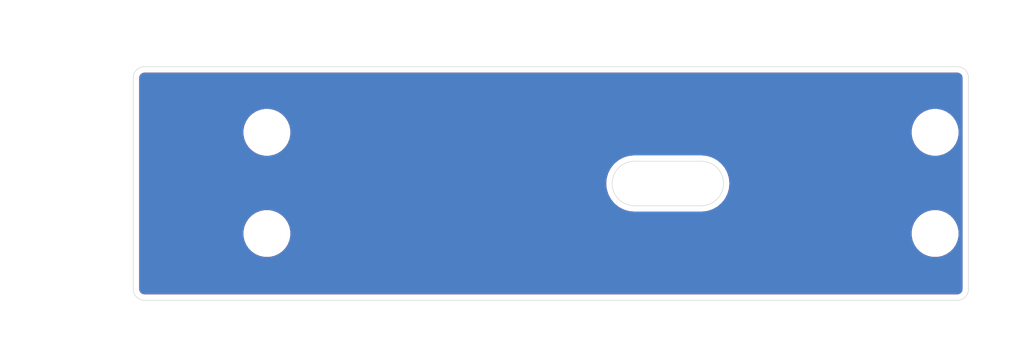
<source format=kicad_pcb>
(kicad_pcb (version 20171130) (host pcbnew "(5.1.2)-1")

  (general
    (thickness 1.6)
    (drawings 19)
    (tracks 0)
    (zones 0)
    (modules 4)
    (nets 1)
  )

  (page A4)
  (title_block
    (title "Environment Monitor")
    (date 2020-11-22)
    (rev v1.2)
    (company Crescent)
  )

  (layers
    (0 F.Cu signal)
    (31 B.Cu signal)
    (32 B.Adhes user)
    (33 F.Adhes user)
    (34 B.Paste user)
    (35 F.Paste user)
    (36 B.SilkS user)
    (37 F.SilkS user)
    (38 B.Mask user)
    (39 F.Mask user)
    (40 Dwgs.User user)
    (41 Cmts.User user)
    (42 Eco1.User user)
    (43 Eco2.User user)
    (44 Edge.Cuts user)
    (45 Margin user)
    (46 B.CrtYd user)
    (47 F.CrtYd user)
    (48 B.Fab user)
    (49 F.Fab user hide)
  )

  (setup
    (last_trace_width 0.25)
    (trace_clearance 0.18)
    (zone_clearance 0.508)
    (zone_45_only no)
    (trace_min 0.2)
    (via_size 0.8)
    (via_drill 0.4)
    (via_min_size 0.4)
    (via_min_drill 0.3)
    (uvia_size 0.3)
    (uvia_drill 0.1)
    (uvias_allowed no)
    (uvia_min_size 0.2)
    (uvia_min_drill 0.1)
    (edge_width 0.05)
    (segment_width 0.2)
    (pcb_text_width 0.3)
    (pcb_text_size 1.5 1.5)
    (mod_edge_width 0.12)
    (mod_text_size 1 1)
    (mod_text_width 0.15)
    (pad_size 1.524 1.524)
    (pad_drill 0.762)
    (pad_to_mask_clearance 0.051)
    (solder_mask_min_width 0.25)
    (aux_axis_origin 0 0)
    (visible_elements 7FFFFFFF)
    (pcbplotparams
      (layerselection 0x010fc_ffffffff)
      (usegerberextensions true)
      (usegerberattributes false)
      (usegerberadvancedattributes false)
      (creategerberjobfile false)
      (excludeedgelayer true)
      (linewidth 0.100000)
      (plotframeref false)
      (viasonmask false)
      (mode 1)
      (useauxorigin false)
      (hpglpennumber 1)
      (hpglpenspeed 20)
      (hpglpendiameter 15.000000)
      (psnegative false)
      (psa4output false)
      (plotreference true)
      (plotvalue true)
      (plotinvisibletext false)
      (padsonsilk false)
      (subtractmaskfromsilk true)
      (outputformat 1)
      (mirror false)
      (drillshape 0)
      (scaleselection 1)
      (outputdirectory "back/"))
  )

  (net 0 "")

  (net_class Default "これはデフォルトのネット クラスです。"
    (clearance 0.18)
    (trace_width 0.25)
    (via_dia 0.8)
    (via_drill 0.4)
    (uvia_dia 0.3)
    (uvia_drill 0.1)
  )

  (net_class POW ""
    (clearance 0.18)
    (trace_width 0.25)
    (via_dia 0.8)
    (via_drill 0.4)
    (uvia_dia 0.3)
    (uvia_drill 0.1)
  )

  (module MountingHole:MountingHole_3.2mm_M3 locked (layer F.Cu) (tedit 56D1B4CB) (tstamp 5F968A39)
    (at 207 91)
    (descr "Mounting Hole 3.2mm, no annular, M3")
    (tags "mounting hole 3.2mm no annular m3")
    (attr virtual)
    (fp_text reference REF4 (at 0.23 4.48) (layer F.SilkS) hide
      (effects (font (size 1 1) (thickness 0.15)))
    )
    (fp_text value MountingHole_3.2mm_M3 (at 0 4.2) (layer F.Fab)
      (effects (font (size 1 1) (thickness 0.15)))
    )
    (fp_circle (center 0 0) (end 3.45 0) (layer F.CrtYd) (width 0.05))
    (fp_circle (center 0 0) (end 3.2 0) (layer Cmts.User) (width 0.15))
    (fp_text user %R (at 0.3 0) (layer F.Fab)
      (effects (font (size 1 1) (thickness 0.15)))
    )
    (pad 1 np_thru_hole circle (at 0 0) (size 3.2 3.2) (drill 3.2) (layers *.Cu *.Mask))
  )

  (module MountingHole:MountingHole_3.2mm_M3 locked (layer F.Cu) (tedit 56D1B4CB) (tstamp 5F968A23)
    (at 207 81.9)
    (descr "Mounting Hole 3.2mm, no annular, M3")
    (tags "mounting hole 3.2mm no annular m3")
    (attr virtual)
    (fp_text reference REF3 (at 0 -4.2) (layer F.SilkS) hide
      (effects (font (size 1 1) (thickness 0.15)))
    )
    (fp_text value MountingHole_3.2mm_M3 (at 0 4.2) (layer F.Fab)
      (effects (font (size 1 1) (thickness 0.15)))
    )
    (fp_text user %R (at 0.3 0) (layer F.Fab)
      (effects (font (size 1 1) (thickness 0.15)))
    )
    (fp_circle (center 0 0) (end 3.2 0) (layer Cmts.User) (width 0.15))
    (fp_circle (center 0 0) (end 3.45 0) (layer F.CrtYd) (width 0.05))
    (pad 1 np_thru_hole circle (at 0 0) (size 3.2 3.2) (drill 3.2) (layers *.Cu *.Mask))
  )

  (module MountingHole:MountingHole_3.2mm_M3 locked (layer F.Cu) (tedit 56D1B4CB) (tstamp 5F73A165)
    (at 147 91)
    (descr "Mounting Hole 3.2mm, no annular, M3")
    (tags "mounting hole 3.2mm no annular m3")
    (attr virtual)
    (fp_text reference REF2 (at 0 -4.2) (layer F.SilkS) hide
      (effects (font (size 1 1) (thickness 0.15)))
    )
    (fp_text value MountingHole_3.2mm_M3 (at 0 4.2) (layer F.Fab)
      (effects (font (size 1 1) (thickness 0.15)))
    )
    (fp_text user %R (at 0.3 0) (layer F.Fab)
      (effects (font (size 1 1) (thickness 0.15)))
    )
    (fp_circle (center 0 0) (end 3.2 0) (layer Cmts.User) (width 0.15))
    (fp_circle (center 0 0) (end 3.45 0) (layer F.CrtYd) (width 0.05))
    (pad 1 np_thru_hole circle (at 0 0) (size 3.2 3.2) (drill 3.2) (layers *.Cu *.Mask))
  )

  (module MountingHole:MountingHole_3.2mm_M3 locked (layer F.Cu) (tedit 56D1B4CB) (tstamp 5F73A126)
    (at 147 81.9)
    (descr "Mounting Hole 3.2mm, no annular, M3")
    (tags "mounting hole 3.2mm no annular m3")
    (attr virtual)
    (fp_text reference REF1 (at 0 -4.2) (layer F.SilkS) hide
      (effects (font (size 1 1) (thickness 0.15)))
    )
    (fp_text value MountingHole_3.2mm_M3 (at 0 4.2) (layer F.Fab)
      (effects (font (size 1 1) (thickness 0.15)))
    )
    (fp_circle (center 0 0) (end 3.45 0) (layer F.CrtYd) (width 0.05))
    (fp_circle (center 0 0) (end 3.2 0) (layer Cmts.User) (width 0.15))
    (fp_text user %R (at 0.3 0) (layer F.Fab)
      (effects (font (size 1 1) (thickness 0.15)))
    )
    (pad 1 np_thru_hole circle (at 0 0) (size 3.2 3.2) (drill 3.2) (layers *.Cu *.Mask))
  )

  (gr_line (start 180 88.5) (end 186 88.5) (layer Edge.Cuts) (width 0.05) (tstamp 5FBA3E69))
  (gr_line (start 180 84.5) (end 186 84.5) (layer Edge.Cuts) (width 0.05) (tstamp 5FBA3E6F))
  (gr_arc (start 186 86.5) (end 186 88.5) (angle -180) (layer Edge.Cuts) (width 0.05) (tstamp 5FBA3E6C))
  (gr_arc (start 180 86.5) (end 180 84.5) (angle -180) (layer Edge.Cuts) (width 0.05) (tstamp 5FBA3E72))
  (gr_line (start 209 76) (end 136 76) (layer Edge.Cuts) (width 0.05))
  (gr_line (start 209 97) (end 136 97) (layer Edge.Cuts) (width 0.05))
  (dimension 60 (width 0.15) (layer Eco2.User)
    (gr_text "60.000 mm" (at 177 103.299999) (layer Eco2.User)
      (effects (font (size 1 1) (thickness 0.15)))
    )
    (feature1 (pts (xy 207 91) (xy 207 102.58642)))
    (feature2 (pts (xy 147 91) (xy 147 102.58642)))
    (crossbar (pts (xy 147 101.999999) (xy 207 101.999999)))
    (arrow1a (pts (xy 207 101.999999) (xy 205.873496 102.58642)))
    (arrow1b (pts (xy 207 101.999999) (xy 205.873496 101.413578)))
    (arrow2a (pts (xy 147 101.999999) (xy 148.126504 102.58642)))
    (arrow2b (pts (xy 147 101.999999) (xy 148.126504 101.413578)))
  )
  (dimension 72 (width 0.15) (layer Eco2.User)
    (gr_text "72.000 mm" (at 171 75.7) (layer Eco2.User)
      (effects (font (size 1 1) (thickness 0.15)))
    )
    (feature1 (pts (xy 207 79) (xy 207 76.413579)))
    (feature2 (pts (xy 135 79) (xy 135 76.413579)))
    (crossbar (pts (xy 135 77) (xy 207 77)))
    (arrow1a (pts (xy 207 77) (xy 205.873496 77.586421)))
    (arrow1b (pts (xy 207 77) (xy 205.873496 76.413579)))
    (arrow2a (pts (xy 135 77) (xy 136.126504 77.586421)))
    (arrow2b (pts (xy 135 77) (xy 136.126504 76.413579)))
  )
  (dimension 75 (width 0.15) (layer Eco2.User)
    (gr_text "75.000 mm" (at 172.5 70.7) (layer Eco2.User)
      (effects (font (size 1 1) (thickness 0.15)))
    )
    (feature1 (pts (xy 210 79) (xy 210 71.413579)))
    (feature2 (pts (xy 135 79) (xy 135 71.413579)))
    (crossbar (pts (xy 135 72) (xy 210 72)))
    (arrow1a (pts (xy 210 72) (xy 208.873496 72.586421)))
    (arrow1b (pts (xy 210 72) (xy 208.873496 71.413579)))
    (arrow2a (pts (xy 135 72) (xy 136.126504 72.586421)))
    (arrow2b (pts (xy 135 72) (xy 136.126504 71.413579)))
  )
  (dimension 12 (width 0.15) (layer Eco2.User)
    (gr_text "12.000 mm" (at 126.7 85 270) (layer Eco2.User)
      (effects (font (size 1 1) (thickness 0.15)))
    )
    (feature1 (pts (xy 147 91) (xy 127.413579 91)))
    (feature2 (pts (xy 147 79) (xy 127.413579 79)))
    (crossbar (pts (xy 128 79) (xy 128 91)))
    (arrow1a (pts (xy 128 91) (xy 127.413579 89.873496)))
    (arrow1b (pts (xy 128 91) (xy 128.586421 89.873496)))
    (arrow2a (pts (xy 128 79) (xy 127.413579 80.126504)))
    (arrow2b (pts (xy 128 79) (xy 128.586421 80.126504)))
  )
  (dimension 2.9 (width 0.15) (layer Eco2.User)
    (gr_text "2.900 mm" (at 132.7 80.45 270) (layer Eco2.User)
      (effects (font (size 1 1) (thickness 0.15)))
    )
    (feature1 (pts (xy 147 81.9) (xy 133.413579 81.9)))
    (feature2 (pts (xy 147 79) (xy 133.413579 79)))
    (crossbar (pts (xy 134 79) (xy 134 81.9)))
    (arrow1a (pts (xy 134 81.9) (xy 133.413579 80.773496)))
    (arrow1b (pts (xy 134 81.9) (xy 134.586421 80.773496)))
    (arrow2a (pts (xy 134 79) (xy 133.413579 80.126504)))
    (arrow2b (pts (xy 134 79) (xy 134.586421 80.126504)))
  )
  (dimension 12 (width 0.15) (layer Eco2.User)
    (gr_text "12.000 mm" (at 141 74.7) (layer Eco2.User)
      (effects (font (size 1 1) (thickness 0.15)))
    )
    (feature1 (pts (xy 147 80) (xy 147 75.413579)))
    (feature2 (pts (xy 135 80) (xy 135 75.413579)))
    (crossbar (pts (xy 135 76) (xy 147 76)))
    (arrow1a (pts (xy 147 76) (xy 145.873496 76.586421)))
    (arrow1b (pts (xy 147 76) (xy 145.873496 75.413579)))
    (arrow2a (pts (xy 135 76) (xy 136.126504 76.586421)))
    (arrow2b (pts (xy 135 76) (xy 136.126504 75.413579)))
  )
  (dimension 15 (width 0.15) (layer Eco2.User)
    (gr_text "15.000 mm" (at 130.7 86.5 270) (layer Eco2.User)
      (effects (font (size 1 1) (thickness 0.15)))
    )
    (feature1 (pts (xy 136 94) (xy 131.413579 94)))
    (feature2 (pts (xy 136 79) (xy 131.413579 79)))
    (crossbar (pts (xy 132 79) (xy 132 94)))
    (arrow1a (pts (xy 132 94) (xy 131.413579 92.873496)))
    (arrow1b (pts (xy 132 94) (xy 132.586421 92.873496)))
    (arrow2a (pts (xy 132 79) (xy 131.413579 80.126504)))
    (arrow2b (pts (xy 132 79) (xy 132.586421 80.126504)))
  )
  (gr_arc (start 209 77) (end 210 77) (angle -90) (layer Edge.Cuts) (width 0.05))
  (gr_arc (start 209 96) (end 209 97) (angle -90) (layer Edge.Cuts) (width 0.05))
  (gr_arc (start 136 96) (end 135 96) (angle -90) (layer Edge.Cuts) (width 0.05))
  (gr_arc (start 136 77) (end 136 76) (angle -90) (layer Edge.Cuts) (width 0.05))
  (gr_line (start 210 77) (end 210 96) (layer Edge.Cuts) (width 0.05) (tstamp 5F95EDF1))
  (gr_line (start 135 77) (end 135 96) (layer Edge.Cuts) (width 0.05) (tstamp 5F95EDF0))

  (zone (net 0) (net_name "") (layer F.Cu) (tstamp 0) (hatch edge 0.508)
    (connect_pads (clearance 0.508))
    (min_thickness 0.254)
    (fill yes (arc_segments 32) (thermal_gap 0.508) (thermal_bridge_width 0.508))
    (polygon
      (pts
        (xy 130 75) (xy 215 75) (xy 215 100) (xy 130 100)
      )
    )
    (filled_polygon
      (pts
        (xy 209.065424 76.66958) (xy 209.128356 76.68858) (xy 209.186405 76.719445) (xy 209.237343 76.760989) (xy 209.279248 76.811644)
        (xy 209.310515 76.869471) (xy 209.329956 76.932272) (xy 209.34 77.027835) (xy 209.340001 95.967711) (xy 209.33042 96.065424)
        (xy 209.31142 96.128357) (xy 209.280554 96.186406) (xy 209.239011 96.237343) (xy 209.188356 96.279248) (xy 209.130529 96.310515)
        (xy 209.067728 96.329956) (xy 208.972165 96.34) (xy 136.032279 96.34) (xy 135.934576 96.33042) (xy 135.871643 96.31142)
        (xy 135.813594 96.280554) (xy 135.762657 96.239011) (xy 135.720752 96.188356) (xy 135.689485 96.130529) (xy 135.670044 96.067728)
        (xy 135.66 95.972165) (xy 135.66 90.779872) (xy 144.765 90.779872) (xy 144.765 91.220128) (xy 144.85089 91.651925)
        (xy 145.019369 92.058669) (xy 145.263962 92.424729) (xy 145.575271 92.736038) (xy 145.941331 92.980631) (xy 146.348075 93.14911)
        (xy 146.779872 93.235) (xy 147.220128 93.235) (xy 147.651925 93.14911) (xy 148.058669 92.980631) (xy 148.424729 92.736038)
        (xy 148.736038 92.424729) (xy 148.980631 92.058669) (xy 149.14911 91.651925) (xy 149.235 91.220128) (xy 149.235 90.779872)
        (xy 204.765 90.779872) (xy 204.765 91.220128) (xy 204.85089 91.651925) (xy 205.019369 92.058669) (xy 205.263962 92.424729)
        (xy 205.575271 92.736038) (xy 205.941331 92.980631) (xy 206.348075 93.14911) (xy 206.779872 93.235) (xy 207.220128 93.235)
        (xy 207.651925 93.14911) (xy 208.058669 92.980631) (xy 208.424729 92.736038) (xy 208.736038 92.424729) (xy 208.980631 92.058669)
        (xy 209.14911 91.651925) (xy 209.235 91.220128) (xy 209.235 90.779872) (xy 209.14911 90.348075) (xy 208.980631 89.941331)
        (xy 208.736038 89.575271) (xy 208.424729 89.263962) (xy 208.058669 89.019369) (xy 207.651925 88.85089) (xy 207.220128 88.765)
        (xy 206.779872 88.765) (xy 206.348075 88.85089) (xy 205.941331 89.019369) (xy 205.575271 89.263962) (xy 205.263962 89.575271)
        (xy 205.019369 89.941331) (xy 204.85089 90.348075) (xy 204.765 90.779872) (xy 149.235 90.779872) (xy 149.14911 90.348075)
        (xy 148.980631 89.941331) (xy 148.736038 89.575271) (xy 148.424729 89.263962) (xy 148.058669 89.019369) (xy 147.651925 88.85089)
        (xy 147.220128 88.765) (xy 146.779872 88.765) (xy 146.348075 88.85089) (xy 145.941331 89.019369) (xy 145.575271 89.263962)
        (xy 145.263962 89.575271) (xy 145.019369 89.941331) (xy 144.85089 90.348075) (xy 144.765 90.779872) (xy 135.66 90.779872)
        (xy 135.66 86.454147) (xy 177.342765 86.454147) (xy 177.343183 86.513964) (xy 177.342765 86.573781) (xy 177.343665 86.582952)
        (xy 177.384466 86.971145) (xy 177.396487 87.029708) (xy 177.407702 87.088501) (xy 177.410366 87.097323) (xy 177.52579 87.470198)
        (xy 177.548975 87.525353) (xy 177.571379 87.580806) (xy 177.575706 87.588943) (xy 177.761357 87.932298) (xy 177.79478 87.981849)
        (xy 177.827562 88.031946) (xy 177.833387 88.039087) (xy 178.082194 88.339841) (xy 178.124629 88.381981) (xy 178.166492 88.42473)
        (xy 178.173592 88.430604) (xy 178.476077 88.677305) (xy 178.525904 88.710409) (xy 178.575259 88.744204) (xy 178.583365 88.748587)
        (xy 178.928007 88.931837) (xy 178.983311 88.954631) (xy 179.038295 88.978198) (xy 179.047098 88.980923) (xy 179.42077 89.093741)
        (xy 179.479458 89.105361) (xy 179.537961 89.117797) (xy 179.547126 89.11876) (xy 179.935595 89.15685) (xy 179.935598 89.15685)
        (xy 179.967581 89.16) (xy 186.032419 89.16) (xy 186.066382 89.156655) (xy 186.092329 89.156655) (xy 186.101494 89.155692)
        (xy 186.489393 89.112182) (xy 186.547873 89.099751) (xy 186.606583 89.088127) (xy 186.615386 89.085401) (xy 186.987447 88.967377)
        (xy 187.04243 88.943811) (xy 187.097736 88.921016) (xy 187.105842 88.916633) (xy 187.447892 88.728589) (xy 187.497221 88.694812)
        (xy 187.547074 88.661691) (xy 187.554174 88.655816) (xy 187.853185 88.404916) (xy 187.895029 88.362186) (xy 187.937484 88.320027)
        (xy 187.943308 88.312886) (xy 188.187892 88.008684) (xy 188.22064 87.958639) (xy 188.254097 87.909038) (xy 188.258423 87.900901)
        (xy 188.439262 87.554989) (xy 188.461665 87.49954) (xy 188.484852 87.444381) (xy 188.487515 87.435559) (xy 188.597722 87.061109)
        (xy 188.608925 87.002379) (xy 188.62096 86.94375) (xy 188.621859 86.934579) (xy 188.657235 86.545853) (xy 188.656817 86.486036)
        (xy 188.657235 86.426219) (xy 188.656335 86.417047) (xy 188.615534 86.028855) (xy 188.603514 85.970299) (xy 188.592298 85.911498)
        (xy 188.589634 85.902677) (xy 188.47421 85.529802) (xy 188.451025 85.474647) (xy 188.428621 85.419194) (xy 188.424294 85.411058)
        (xy 188.424294 85.411057) (xy 188.424291 85.411053) (xy 188.238643 85.067702) (xy 188.205187 85.018101) (xy 188.172437 84.968054)
        (xy 188.166613 84.960913) (xy 187.917806 84.660158) (xy 187.875371 84.618019) (xy 187.833508 84.575269) (xy 187.826407 84.569396)
        (xy 187.523923 84.322695) (xy 187.474107 84.289598) (xy 187.424741 84.255795) (xy 187.416635 84.251413) (xy 187.071993 84.068163)
        (xy 187.016687 84.045368) (xy 186.961704 84.021802) (xy 186.952901 84.019077) (xy 186.57923 83.906259) (xy 186.520542 83.894639)
        (xy 186.462039 83.882203) (xy 186.452874 83.88124) (xy 186.064405 83.84315) (xy 186.064402 83.84315) (xy 186.032419 83.84)
        (xy 179.967581 83.84) (xy 179.933618 83.843345) (xy 179.907671 83.843345) (xy 179.898507 83.844308) (xy 179.510607 83.887818)
        (xy 179.452127 83.900249) (xy 179.393417 83.911873) (xy 179.384614 83.914599) (xy 179.012553 84.032623) (xy 178.957631 84.056163)
        (xy 178.902264 84.078983) (xy 178.894158 84.083367) (xy 178.552108 84.271411) (xy 178.502795 84.305177) (xy 178.452926 84.338309)
        (xy 178.445826 84.344184) (xy 178.146815 84.595084) (xy 178.104987 84.637797) (xy 178.062516 84.679973) (xy 178.056692 84.687114)
        (xy 177.812108 84.991315) (xy 177.779348 85.041378) (xy 177.745903 85.090962) (xy 177.741577 85.099099) (xy 177.560738 85.445012)
        (xy 177.538341 85.500447) (xy 177.515148 85.555619) (xy 177.512485 85.564441) (xy 177.402278 85.938891) (xy 177.391075 85.997621)
        (xy 177.37904 86.05625) (xy 177.378141 86.065421) (xy 177.342765 86.454147) (xy 135.66 86.454147) (xy 135.66 81.679872)
        (xy 144.765 81.679872) (xy 144.765 82.120128) (xy 144.85089 82.551925) (xy 145.019369 82.958669) (xy 145.263962 83.324729)
        (xy 145.575271 83.636038) (xy 145.941331 83.880631) (xy 146.348075 84.04911) (xy 146.779872 84.135) (xy 147.220128 84.135)
        (xy 147.651925 84.04911) (xy 148.058669 83.880631) (xy 148.424729 83.636038) (xy 148.736038 83.324729) (xy 148.980631 82.958669)
        (xy 149.14911 82.551925) (xy 149.235 82.120128) (xy 149.235 81.679872) (xy 204.765 81.679872) (xy 204.765 82.120128)
        (xy 204.85089 82.551925) (xy 205.019369 82.958669) (xy 205.263962 83.324729) (xy 205.575271 83.636038) (xy 205.941331 83.880631)
        (xy 206.348075 84.04911) (xy 206.779872 84.135) (xy 207.220128 84.135) (xy 207.651925 84.04911) (xy 208.058669 83.880631)
        (xy 208.424729 83.636038) (xy 208.736038 83.324729) (xy 208.980631 82.958669) (xy 209.14911 82.551925) (xy 209.235 82.120128)
        (xy 209.235 81.679872) (xy 209.14911 81.248075) (xy 208.980631 80.841331) (xy 208.736038 80.475271) (xy 208.424729 80.163962)
        (xy 208.058669 79.919369) (xy 207.651925 79.75089) (xy 207.220128 79.665) (xy 206.779872 79.665) (xy 206.348075 79.75089)
        (xy 205.941331 79.919369) (xy 205.575271 80.163962) (xy 205.263962 80.475271) (xy 205.019369 80.841331) (xy 204.85089 81.248075)
        (xy 204.765 81.679872) (xy 149.235 81.679872) (xy 149.14911 81.248075) (xy 148.980631 80.841331) (xy 148.736038 80.475271)
        (xy 148.424729 80.163962) (xy 148.058669 79.919369) (xy 147.651925 79.75089) (xy 147.220128 79.665) (xy 146.779872 79.665)
        (xy 146.348075 79.75089) (xy 145.941331 79.919369) (xy 145.575271 80.163962) (xy 145.263962 80.475271) (xy 145.019369 80.841331)
        (xy 144.85089 81.248075) (xy 144.765 81.679872) (xy 135.66 81.679872) (xy 135.66 77.032279) (xy 135.66958 76.934576)
        (xy 135.68858 76.871644) (xy 135.719445 76.813595) (xy 135.760989 76.762657) (xy 135.811644 76.720752) (xy 135.869471 76.689485)
        (xy 135.932272 76.670044) (xy 136.027835 76.66) (xy 208.967721 76.66)
      )
    )
  )
  (zone (net 0) (net_name "") (layer B.Cu) (tstamp 0) (hatch edge 0.508)
    (connect_pads (clearance 0.508))
    (min_thickness 0.254)
    (fill yes (arc_segments 32) (thermal_gap 0.508) (thermal_bridge_width 0.508))
    (polygon
      (pts
        (xy 130 75) (xy 215 75) (xy 215 100) (xy 130 100)
      )
    )
    (filled_polygon
      (pts
        (xy 209.065424 76.66958) (xy 209.128356 76.68858) (xy 209.186405 76.719445) (xy 209.237343 76.760989) (xy 209.279248 76.811644)
        (xy 209.310515 76.869471) (xy 209.329956 76.932272) (xy 209.34 77.027835) (xy 209.340001 95.967711) (xy 209.33042 96.065424)
        (xy 209.31142 96.128357) (xy 209.280554 96.186406) (xy 209.239011 96.237343) (xy 209.188356 96.279248) (xy 209.130529 96.310515)
        (xy 209.067728 96.329956) (xy 208.972165 96.34) (xy 136.032279 96.34) (xy 135.934576 96.33042) (xy 135.871643 96.31142)
        (xy 135.813594 96.280554) (xy 135.762657 96.239011) (xy 135.720752 96.188356) (xy 135.689485 96.130529) (xy 135.670044 96.067728)
        (xy 135.66 95.972165) (xy 135.66 90.779872) (xy 144.765 90.779872) (xy 144.765 91.220128) (xy 144.85089 91.651925)
        (xy 145.019369 92.058669) (xy 145.263962 92.424729) (xy 145.575271 92.736038) (xy 145.941331 92.980631) (xy 146.348075 93.14911)
        (xy 146.779872 93.235) (xy 147.220128 93.235) (xy 147.651925 93.14911) (xy 148.058669 92.980631) (xy 148.424729 92.736038)
        (xy 148.736038 92.424729) (xy 148.980631 92.058669) (xy 149.14911 91.651925) (xy 149.235 91.220128) (xy 149.235 90.779872)
        (xy 204.765 90.779872) (xy 204.765 91.220128) (xy 204.85089 91.651925) (xy 205.019369 92.058669) (xy 205.263962 92.424729)
        (xy 205.575271 92.736038) (xy 205.941331 92.980631) (xy 206.348075 93.14911) (xy 206.779872 93.235) (xy 207.220128 93.235)
        (xy 207.651925 93.14911) (xy 208.058669 92.980631) (xy 208.424729 92.736038) (xy 208.736038 92.424729) (xy 208.980631 92.058669)
        (xy 209.14911 91.651925) (xy 209.235 91.220128) (xy 209.235 90.779872) (xy 209.14911 90.348075) (xy 208.980631 89.941331)
        (xy 208.736038 89.575271) (xy 208.424729 89.263962) (xy 208.058669 89.019369) (xy 207.651925 88.85089) (xy 207.220128 88.765)
        (xy 206.779872 88.765) (xy 206.348075 88.85089) (xy 205.941331 89.019369) (xy 205.575271 89.263962) (xy 205.263962 89.575271)
        (xy 205.019369 89.941331) (xy 204.85089 90.348075) (xy 204.765 90.779872) (xy 149.235 90.779872) (xy 149.14911 90.348075)
        (xy 148.980631 89.941331) (xy 148.736038 89.575271) (xy 148.424729 89.263962) (xy 148.058669 89.019369) (xy 147.651925 88.85089)
        (xy 147.220128 88.765) (xy 146.779872 88.765) (xy 146.348075 88.85089) (xy 145.941331 89.019369) (xy 145.575271 89.263962)
        (xy 145.263962 89.575271) (xy 145.019369 89.941331) (xy 144.85089 90.348075) (xy 144.765 90.779872) (xy 135.66 90.779872)
        (xy 135.66 86.454147) (xy 177.342765 86.454147) (xy 177.343183 86.513964) (xy 177.342765 86.573781) (xy 177.343665 86.582952)
        (xy 177.384466 86.971145) (xy 177.396487 87.029708) (xy 177.407702 87.088501) (xy 177.410366 87.097323) (xy 177.52579 87.470198)
        (xy 177.548975 87.525353) (xy 177.571379 87.580806) (xy 177.575706 87.588943) (xy 177.761357 87.932298) (xy 177.79478 87.981849)
        (xy 177.827562 88.031946) (xy 177.833387 88.039087) (xy 178.082194 88.339841) (xy 178.124629 88.381981) (xy 178.166492 88.42473)
        (xy 178.173592 88.430604) (xy 178.476077 88.677305) (xy 178.525904 88.710409) (xy 178.575259 88.744204) (xy 178.583365 88.748587)
        (xy 178.928007 88.931837) (xy 178.983311 88.954631) (xy 179.038295 88.978198) (xy 179.047098 88.980923) (xy 179.42077 89.093741)
        (xy 179.479458 89.105361) (xy 179.537961 89.117797) (xy 179.547126 89.11876) (xy 179.935595 89.15685) (xy 179.935598 89.15685)
        (xy 179.967581 89.16) (xy 186.032419 89.16) (xy 186.066382 89.156655) (xy 186.092329 89.156655) (xy 186.101494 89.155692)
        (xy 186.489393 89.112182) (xy 186.547873 89.099751) (xy 186.606583 89.088127) (xy 186.615386 89.085401) (xy 186.987447 88.967377)
        (xy 187.04243 88.943811) (xy 187.097736 88.921016) (xy 187.105842 88.916633) (xy 187.447892 88.728589) (xy 187.497221 88.694812)
        (xy 187.547074 88.661691) (xy 187.554174 88.655816) (xy 187.853185 88.404916) (xy 187.895029 88.362186) (xy 187.937484 88.320027)
        (xy 187.943308 88.312886) (xy 188.187892 88.008684) (xy 188.22064 87.958639) (xy 188.254097 87.909038) (xy 188.258423 87.900901)
        (xy 188.439262 87.554989) (xy 188.461665 87.49954) (xy 188.484852 87.444381) (xy 188.487515 87.435559) (xy 188.597722 87.061109)
        (xy 188.608925 87.002379) (xy 188.62096 86.94375) (xy 188.621859 86.934579) (xy 188.657235 86.545853) (xy 188.656817 86.486036)
        (xy 188.657235 86.426219) (xy 188.656335 86.417047) (xy 188.615534 86.028855) (xy 188.603514 85.970299) (xy 188.592298 85.911498)
        (xy 188.589634 85.902677) (xy 188.47421 85.529802) (xy 188.451025 85.474647) (xy 188.428621 85.419194) (xy 188.424294 85.411058)
        (xy 188.424294 85.411057) (xy 188.424291 85.411053) (xy 188.238643 85.067702) (xy 188.205187 85.018101) (xy 188.172437 84.968054)
        (xy 188.166613 84.960913) (xy 187.917806 84.660158) (xy 187.875371 84.618019) (xy 187.833508 84.575269) (xy 187.826407 84.569396)
        (xy 187.523923 84.322695) (xy 187.474107 84.289598) (xy 187.424741 84.255795) (xy 187.416635 84.251413) (xy 187.071993 84.068163)
        (xy 187.016687 84.045368) (xy 186.961704 84.021802) (xy 186.952901 84.019077) (xy 186.57923 83.906259) (xy 186.520542 83.894639)
        (xy 186.462039 83.882203) (xy 186.452874 83.88124) (xy 186.064405 83.84315) (xy 186.064402 83.84315) (xy 186.032419 83.84)
        (xy 179.967581 83.84) (xy 179.933618 83.843345) (xy 179.907671 83.843345) (xy 179.898507 83.844308) (xy 179.510607 83.887818)
        (xy 179.452127 83.900249) (xy 179.393417 83.911873) (xy 179.384614 83.914599) (xy 179.012553 84.032623) (xy 178.957631 84.056163)
        (xy 178.902264 84.078983) (xy 178.894158 84.083367) (xy 178.552108 84.271411) (xy 178.502795 84.305177) (xy 178.452926 84.338309)
        (xy 178.445826 84.344184) (xy 178.146815 84.595084) (xy 178.104987 84.637797) (xy 178.062516 84.679973) (xy 178.056692 84.687114)
        (xy 177.812108 84.991315) (xy 177.779348 85.041378) (xy 177.745903 85.090962) (xy 177.741577 85.099099) (xy 177.560738 85.445012)
        (xy 177.538341 85.500447) (xy 177.515148 85.555619) (xy 177.512485 85.564441) (xy 177.402278 85.938891) (xy 177.391075 85.997621)
        (xy 177.37904 86.05625) (xy 177.378141 86.065421) (xy 177.342765 86.454147) (xy 135.66 86.454147) (xy 135.66 81.679872)
        (xy 144.765 81.679872) (xy 144.765 82.120128) (xy 144.85089 82.551925) (xy 145.019369 82.958669) (xy 145.263962 83.324729)
        (xy 145.575271 83.636038) (xy 145.941331 83.880631) (xy 146.348075 84.04911) (xy 146.779872 84.135) (xy 147.220128 84.135)
        (xy 147.651925 84.04911) (xy 148.058669 83.880631) (xy 148.424729 83.636038) (xy 148.736038 83.324729) (xy 148.980631 82.958669)
        (xy 149.14911 82.551925) (xy 149.235 82.120128) (xy 149.235 81.679872) (xy 204.765 81.679872) (xy 204.765 82.120128)
        (xy 204.85089 82.551925) (xy 205.019369 82.958669) (xy 205.263962 83.324729) (xy 205.575271 83.636038) (xy 205.941331 83.880631)
        (xy 206.348075 84.04911) (xy 206.779872 84.135) (xy 207.220128 84.135) (xy 207.651925 84.04911) (xy 208.058669 83.880631)
        (xy 208.424729 83.636038) (xy 208.736038 83.324729) (xy 208.980631 82.958669) (xy 209.14911 82.551925) (xy 209.235 82.120128)
        (xy 209.235 81.679872) (xy 209.14911 81.248075) (xy 208.980631 80.841331) (xy 208.736038 80.475271) (xy 208.424729 80.163962)
        (xy 208.058669 79.919369) (xy 207.651925 79.75089) (xy 207.220128 79.665) (xy 206.779872 79.665) (xy 206.348075 79.75089)
        (xy 205.941331 79.919369) (xy 205.575271 80.163962) (xy 205.263962 80.475271) (xy 205.019369 80.841331) (xy 204.85089 81.248075)
        (xy 204.765 81.679872) (xy 149.235 81.679872) (xy 149.14911 81.248075) (xy 148.980631 80.841331) (xy 148.736038 80.475271)
        (xy 148.424729 80.163962) (xy 148.058669 79.919369) (xy 147.651925 79.75089) (xy 147.220128 79.665) (xy 146.779872 79.665)
        (xy 146.348075 79.75089) (xy 145.941331 79.919369) (xy 145.575271 80.163962) (xy 145.263962 80.475271) (xy 145.019369 80.841331)
        (xy 144.85089 81.248075) (xy 144.765 81.679872) (xy 135.66 81.679872) (xy 135.66 77.032279) (xy 135.66958 76.934576)
        (xy 135.68858 76.871644) (xy 135.719445 76.813595) (xy 135.760989 76.762657) (xy 135.811644 76.720752) (xy 135.869471 76.689485)
        (xy 135.932272 76.670044) (xy 136.027835 76.66) (xy 208.967721 76.66)
      )
    )
  )
)

</source>
